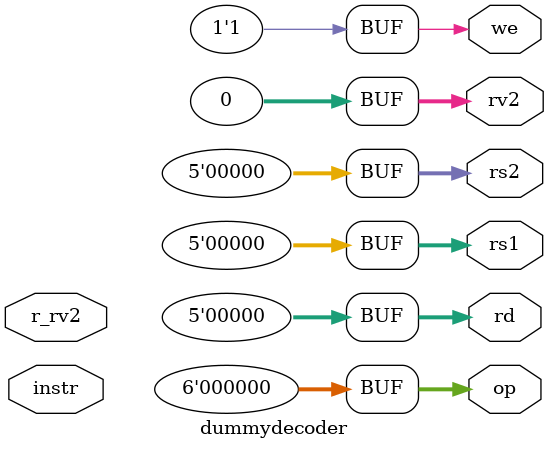
<source format=v>
module dummydecoder(
    input [31:0] instr,  // Full 32-b instruction
    output [5:0] op,     // some operation encoding of your choice
    output [4:0] rs1,    // First operand
    output [4:0] rs2,    // Second operand
    output [4:0] rd,     // Output reg
    input  [31:0] r_rv2, // From RegFile
    output [31:0] rv2,   // To ALU
    output we            // Write to reg
);

    assign op = 'h0;
    assign rs1 = 'h0;
    assign rs2 = 'h0;
    assign rd = 'h0;
    assign we = 1;      // For only ALU ops, can always set to 1
    assign rv2 = 'h0;   // Should send either the value from the RegFile or the Imm value from Instr

endmodule

</source>
